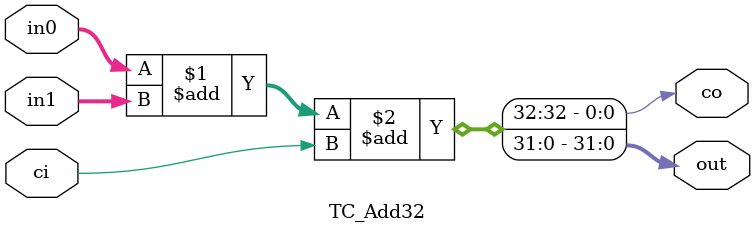
<source format=v>
module TC_Add32 (in0, in1, ci, out, co);
    input [31:0] in0;
    input [31:0] in1;
    input ci;
    output [31:0] out;
    output co;

    assign {co, out} = in0 + in1 + ci;
endmodule


</source>
